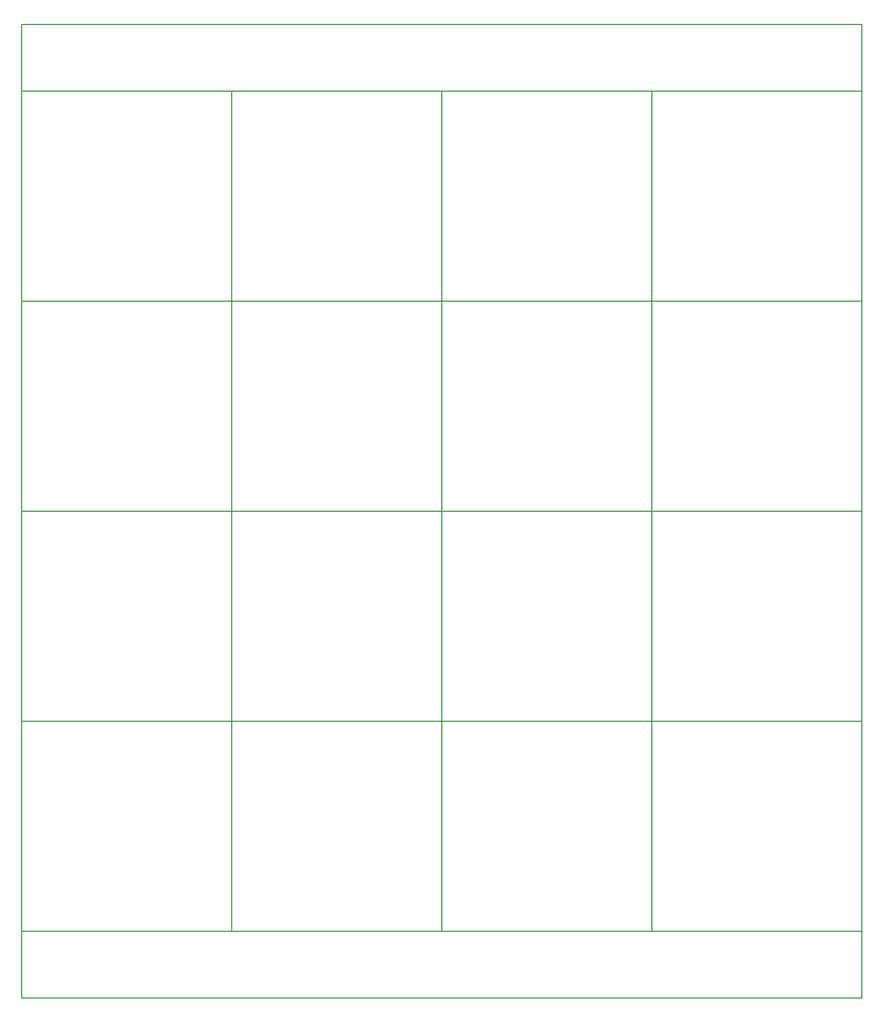
<source format=gbr>
G04 DipTrace 2.3.1.0*
%INinterface_BoardOutline.gbr*%
%MOIN*%
%ADD11C,0.0055*%
%FSLAX44Y44*%
G04*
G70*
G90*
G75*
G01*
%LNBoardOutline*%
%LPD*%
X3937Y3937D2*
D11*
X16537D1*
Y16537D1*
X3937D1*
Y3937D1*
X16537D2*
X29137D1*
Y16537D1*
X16537D1*
Y3937D1*
X29137D2*
X41737D1*
Y16537D1*
X29137D1*
Y3937D1*
X41737D2*
X54337D1*
Y16537D1*
X41737D1*
Y3937D1*
X3937Y16537D2*
X16537D1*
Y29137D1*
X3937D1*
Y16537D1*
X16537D2*
X29137D1*
Y29137D1*
X16537D1*
Y16537D1*
X29137D2*
X41737D1*
Y29137D1*
X29137D1*
Y16537D1*
X41737D2*
X54337D1*
Y29137D1*
X41737D1*
Y16537D1*
X3937Y29137D2*
X16537D1*
Y41737D1*
X3937D1*
Y29137D1*
X16537D2*
X29137D1*
Y41737D1*
X16537D1*
Y29137D1*
X29137D2*
X41737D1*
Y41737D1*
X29137D1*
Y29137D1*
X41737D2*
X54337D1*
Y41737D1*
X41737D1*
Y29137D1*
X3937Y41737D2*
X16537D1*
Y54337D1*
X3937D1*
Y41737D1*
X16537D2*
X29137D1*
Y54337D1*
X16537D1*
Y41737D1*
X29137D2*
X41737D1*
Y54337D1*
X29137D1*
Y41737D1*
X41737D2*
X54337D1*
Y54337D1*
X41737D1*
Y41737D1*
X3937Y58337D2*
X54337D1*
Y-63D1*
X3937D1*
Y58337D1*
M02*

</source>
